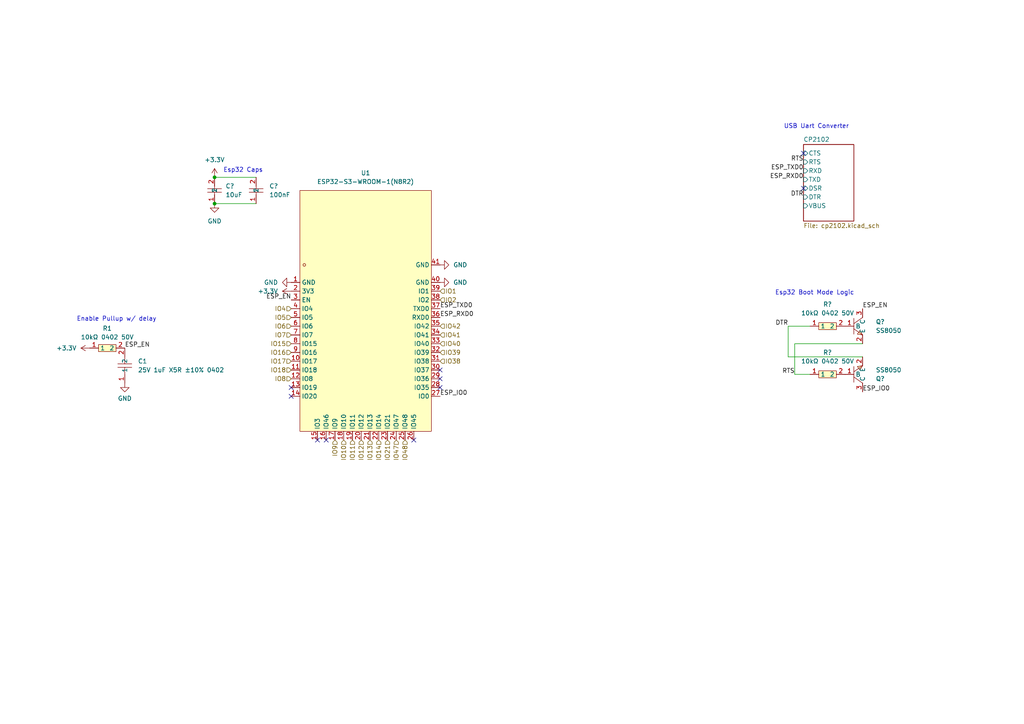
<source format=kicad_sch>
(kicad_sch (version 20211123) (generator eeschema)
  (paper "A4")
  (lib_symbols
    (symbol "easyeda2kicad: 6.3V 10uF X5R ±20% 0402"
      (property "Reference" "C" (at 0 5.08 0))
      (property "Value" " 6.3V 10uF X5R ±20% 0402" (at 0 -5.08 0))
      (symbol " 6.3V 10uF X5R ±20% 0402_0_1"
        (polyline (pts (xy -1.27 0) (xy -0.51 0)))
        (polyline (pts (xy -0.51 2.03) (xy -0.51 -2.03)))
        (polyline (pts (xy 0.51 0) (xy 1.27 0)))
        (polyline (pts (xy 0.51 2.03) (xy 0.51 -2.03)))
        (pin input line (at -3.81 0 0) (length 2.54) (name "1") (number "1"))
        (pin input line (at 3.81 0 180) (length 2.54) (name "2") (number "2"))
      )
    )
    (symbol "easyeda2kicad:10kΩ 0402 50V"
      (property "Reference" "R" (at 0 5.08 0))
      (property "Value" "10kΩ 0402 50V" (at 0 -5.08 0))
      (symbol "10kΩ 0402 50V_0_1"
        (rectangle (start -2.54 1.02) (end 2.54 -1.02) (fill (type background)))
        (pin input line (at -5.08 0 0) (length 2.54) (name "1") (number "1"))
        (pin input line (at 5.08 0 180) (length 2.54) (name "2") (number "2"))
      )
    )
    (symbol "easyeda2kicad:16V 100nF X7R ±10% 0402"
      (property "Reference" "C" (at 0 5.08 0))
      (property "Value" "16V 100nF X7R ±10% 0402" (at 0 -5.08 0))
      (symbol "16V 100nF X7R ±10% 0402_0_1"
        (polyline (pts (xy -1.27 0) (xy -0.51 0)))
        (polyline (pts (xy -0.51 2.03) (xy -0.51 -2.03)))
        (polyline (pts (xy 0.51 0) (xy 1.27 0)))
        (polyline (pts (xy 0.51 2.03) (xy 0.51 -2.03)))
        (pin input line (at -3.81 0 0) (length 2.54) (name "1") (number "1"))
        (pin input line (at 3.81 0 180) (length 2.54) (name "2") (number "2"))
      )
    )
    (symbol "easyeda2kicad:25V 1uF X5R ±10% 0402"
      (property "Reference" "C" (at 0 5.08 0))
      (property "Value" "25V 1uF X5R ±10% 0402" (at 0 -5.08 0))
      (symbol "25V 1uF X5R ±10% 0402_0_1"
        (polyline (pts (xy -0.51 -2.03) (xy -0.51 2.03)))
        (polyline (pts (xy -0.51 0) (xy -2.54 0)))
        (polyline (pts (xy 0.51 2.03) (xy 0.51 -2.03)))
        (polyline (pts (xy 2.54 0) (xy 0.51 0)))
        (pin unspecified line (at -5.08 0 0) (length 2.54) (name "1") (number "1"))
        (pin unspecified line (at 5.08 0 180) (length 2.54) (name "2") (number "2"))
      )
    )
    (symbol "easyeda2kicad:ESP32-S3-WROOM-1(N8R2)"
      (property "Reference" "U" (at 0 20.32 0))
      (property "Value" "ESP32-S3-WROOM-1(N8R2)" (at 0 -40.64 0))
      (symbol "ESP32-S3-WROOM-1(N8R2)_0_1"
        (rectangle (start -20.32 36.83) (end 17.78 -33.02) (fill (type background)))
        (circle (center -19.05 15.24) (radius 0.38))
        (pin unspecified line (at -22.86 10.16 0) (length 2.54) (name "GND") (number "1"))
        (pin unspecified line (at -22.86 -12.7 0) (length 2.54) (name "IO17") (number "10"))
        (pin unspecified line (at -22.86 -15.24 0) (length 2.54) (name "IO18") (number "11"))
        (pin unspecified line (at -22.86 -17.78 0) (length 2.54) (name "IO8") (number "12"))
        (pin unspecified line (at -22.86 -20.32 0) (length 2.54) (name "IO19") (number "13"))
        (pin unspecified line (at -22.86 -22.86 0) (length 2.54) (name "IO20") (number "14"))
        (pin unspecified line (at -15.24 -35.56 90) (length 2.54) (name "IO3") (number "15"))
        (pin unspecified line (at -12.7 -35.56 90) (length 2.54) (name "IO46") (number "16"))
        (pin unspecified line (at -10.16 -35.56 90) (length 2.54) (name "IO9") (number "17"))
        (pin unspecified line (at -7.62 -35.56 90) (length 2.54) (name "IO10") (number "18"))
        (pin unspecified line (at -5.08 -35.56 90) (length 2.54) (name "IO11") (number "19"))
        (pin unspecified line (at -22.86 7.62 0) (length 2.54) (name "3V3") (number "2"))
        (pin unspecified line (at -2.54 -35.56 90) (length 2.54) (name "IO12") (number "20"))
        (pin unspecified line (at 0 -35.56 90) (length 2.54) (name "IO13") (number "21"))
        (pin unspecified line (at 2.54 -35.56 90) (length 2.54) (name "IO14") (number "22"))
        (pin unspecified line (at 5.08 -35.56 90) (length 2.54) (name "IO21") (number "23"))
        (pin unspecified line (at 7.62 -35.56 90) (length 2.54) (name "IO47") (number "24"))
        (pin unspecified line (at 10.16 -35.56 90) (length 2.54) (name "IO48") (number "25"))
        (pin unspecified line (at 12.7 -35.56 90) (length 2.54) (name "IO45") (number "26"))
        (pin unspecified line (at 20.32 -22.86 180) (length 2.54) (name "IO0") (number "27"))
        (pin unspecified line (at 20.32 -20.32 180) (length 2.54) (name "IO35") (number "28"))
        (pin unspecified line (at 20.32 -17.78 180) (length 2.54) (name "IO36") (number "29"))
        (pin unspecified line (at -22.86 5.08 0) (length 2.54) (name "EN") (number "3"))
        (pin unspecified line (at 20.32 -15.24 180) (length 2.54) (name "IO37") (number "30"))
        (pin unspecified line (at 20.32 -12.7 180) (length 2.54) (name "IO38") (number "31"))
        (pin unspecified line (at 20.32 -10.16 180) (length 2.54) (name "IO39") (number "32"))
        (pin unspecified line (at 20.32 -7.62 180) (length 2.54) (name "IO40") (number "33"))
        (pin unspecified line (at 20.32 -5.08 180) (length 2.54) (name "IO41") (number "34"))
        (pin unspecified line (at 20.32 -2.54 180) (length 2.54) (name "IO42") (number "35"))
        (pin unspecified line (at 20.32 0 180) (length 2.54) (name "RXD0") (number "36"))
        (pin unspecified line (at 20.32 2.54 180) (length 2.54) (name "TXD0") (number "37"))
        (pin unspecified line (at 20.32 5.08 180) (length 2.54) (name "IO2") (number "38"))
        (pin unspecified line (at 20.32 7.62 180) (length 2.54) (name "IO1") (number "39"))
        (pin unspecified line (at -22.86 2.54 0) (length 2.54) (name "IO4") (number "4"))
        (pin unspecified line (at 20.32 10.16 180) (length 2.54) (name "GND") (number "40"))
        (pin unspecified line (at 20.32 15.24 180) (length 2.54) (name "GND") (number "41"))
        (pin unspecified line (at -22.86 0 0) (length 2.54) (name "IO5") (number "5"))
        (pin unspecified line (at -22.86 -2.54 0) (length 2.54) (name "IO6") (number "6"))
        (pin unspecified line (at -22.86 -5.08 0) (length 2.54) (name "IO7") (number "7"))
        (pin unspecified line (at -22.86 -7.62 0) (length 2.54) (name "IO15") (number "8"))
        (pin unspecified line (at -22.86 -10.16 0) (length 2.54) (name "IO16") (number "9"))
      )
    )
    (symbol "easyeda2kicad:SS8050_C2150"
      (property "Reference" "Q" (at 0 10.16 0))
      (property "Value" "SS8050_C2150" (at 0 -10.16 0))
      (symbol "SS8050_C2150_0_1"
        (polyline (pts (xy -2.54 -0.76) (xy 0 -2.54)))
        (polyline (pts (xy -2.54 2.29) (xy -2.54 -2.29)))
        (polyline (pts (xy 0 2.54) (xy -2.54 0.76)))
        (polyline (pts (xy 0 -2.54) (xy -0.76 -1.27) (xy -1.52 -2.29) (xy 0 -2.54)) (fill (type background)))
        (pin unspecified line (at -5.08 0 0) (length 2.54) (name "B") (number "1"))
        (pin unspecified line (at 0 -5.08 90) (length 2.54) (name "E") (number "2"))
        (pin unspecified line (at 0 5.08 270) (length 2.54) (name "C") (number "3"))
      )
    )
    (symbol "power:+3.3V" (power) (pin_names (offset 0))
      (property "Value" "+3.3V" (at 0 3.556 0))
      (symbol "+3.3V_0_1"
        (polyline (pts (xy -0.762 1.27) (xy 0 2.54)))
        (polyline (pts (xy 0 0) (xy 0 2.54)))
        (polyline (pts (xy 0 2.54) (xy 0.762 1.27)))
      )
      (symbol "+3.3V_1_1"
        (pin power_in line (at 0 0 90) (length 0) hide (name "+3.3V") (number "1"))
      )
    )
    (symbol "power:GND" (power) (pin_names (offset 0))
      (property "Value" "GND" (at 0 -3.81 0))
      (symbol "GND_0_1"
        (polyline (pts (xy 0 0) (xy 0 -1.27) (xy 1.27 -1.27) (xy 0 -2.54) (xy -1.27 -1.27) (xy 0 -1.27)))
      )
      (symbol "GND_1_1"
        (pin power_in line (at 0 0 270) (length 0) hide (name "GND") (number "1"))
      )
    )
  )
  (junction (at 62.23 51.435))
  (junction (at 62.23 59.055))
  (no_connect (at 127.635 112.395))
  (no_connect (at 84.455 114.935))
  (no_connect (at 120.015 127.635))
  (no_connect (at 127.635 107.315))
  (no_connect (at 127.635 109.855))
  (no_connect (at 94.615 127.635))
  (no_connect (at 92.075 127.635))
  (no_connect (at 233.045 44.45))
  (no_connect (at 233.045 54.61))
  (no_connect (at 84.455 112.395))
  (wire (pts (xy 250.19 99.695) (xy 230.505 99.695)))
  (wire (pts (xy 62.23 51.435) (xy 74.295 51.435)))
  (wire (pts (xy 228.6 94.615) (xy 234.95 94.615)))
  (wire (pts (xy 228.6 103.505) (xy 228.6 94.615)))
  (wire (pts (xy 62.23 59.055) (xy 74.295 59.055)))
  (wire (pts (xy 230.505 108.585) (xy 234.95 108.585)))
  (wire (pts (xy 250.19 103.505) (xy 228.6 103.505)))
  (wire (pts (xy 230.505 99.695) (xy 230.505 108.585)))
  (text "Enable Pullup w/ delay\n" (at 22.225 93.345 0) (effects (font (size 1.27 1.27)) (justify left bottom)))
  (text "USB Uart Converter\n" (at 227.33 37.465 0) (effects (font (size 1.27 1.27)) (justify left bottom)))
  (text "Esp32 Caps" (at 64.77 50.165 0) (effects (font (size 1.27 1.27)) (justify left bottom)))
  (text "Esp32 Boot Mode Logic" (at 224.79 85.725 0) (effects (font (size 1.27 1.27)) (justify left bottom)))
  (label "ESP_TXD0" (at 233.045 49.53 180))
  (label "RTS" (at 233.045 46.99 180))
  (label "RTS" (at 230.505 108.585 180))
  (label "ESP_EN" (at 84.455 86.995 180))
  (label "ESP_IO0" (at 127.635 114.935 0))
  (label "ESP_IO0" (at 250.19 113.665 0))
  (label "ESP_EN" (at 250.19 89.535 0))
  (label "ESP_RXD0" (at 233.045 52.07 180))
  (label "ESP_RXD0" (at 127.635 92.075 0))
  (label "DTR" (at 233.045 57.15 180))
  (label "ESP_TXD0" (at 127.635 89.535 0))
  (label "ESP_EN" (at 36.195 100.965 0))
  (label "DTR" (at 228.6 94.615 180))
  (hierarchical_label "IO14" (shape input) (at 109.855 127.635 270))
  (hierarchical_label "IO13" (shape input) (at 107.315 127.635 270))
  (hierarchical_label "IO15" (shape input) (at 84.455 99.695 180))
  (hierarchical_label "IO7" (shape input) (at 84.455 97.155 180))
  (hierarchical_label "IO5" (shape input) (at 84.455 92.075 180))
  (hierarchical_label "IO12" (shape input) (at 104.775 127.635 270))
  (hierarchical_label "IO1" (shape input) (at 127.635 84.455 0))
  (hierarchical_label "IO21" (shape input) (at 112.395 127.635 270))
  (hierarchical_label "IO6" (shape input) (at 84.455 94.615 180))
  (hierarchical_label "IO42" (shape input) (at 127.635 94.615 0))
  (hierarchical_label "IO10" (shape input) (at 99.695 127.635 270))
  (hierarchical_label "IO38" (shape input) (at 127.635 104.775 0))
  (hierarchical_label "IO2" (shape input) (at 127.635 86.995 0))
  (hierarchical_label "IO39" (shape input) (at 127.635 102.235 0))
  (hierarchical_label "IO47" (shape input) (at 114.935 127.635 270))
  (hierarchical_label "IO4" (shape input) (at 84.455 89.535 180))
  (hierarchical_label "IO17" (shape input) (at 84.455 104.775 180))
  (hierarchical_label "IO11" (shape input) (at 102.235 127.635 270))
  (hierarchical_label "IO41" (shape input) (at 127.635 97.155 0))
  (hierarchical_label "IO40" (shape input) (at 127.635 99.695 0))
  (hierarchical_label "IO48" (shape input) (at 117.475 127.635 270))
  (hierarchical_label "IO18" (shape input) (at 84.455 107.315 180))
  (hierarchical_label "IO9" (shape input) (at 97.155 127.635 270))
  (hierarchical_label "IO16" (shape input) (at 84.455 102.235 180))
  (hierarchical_label "IO8" (shape input) (at 84.455 109.855 180))
  (symbol (lib_id "easyeda2kicad:10kΩ 0402 50V") (at 240.03 94.615 0) (unit 1)
    (property "Reference" "R?" (at 240.03 88.265 0))
    (property "Value" "10kΩ 0402 50V" (at 240.03 90.805 0))
    (property "Footprint" "easyeda2kicad:R0402" (effects hide))
    (property "Datasheet" "https://lcsc.com/product-detail/Chip-Resistor-Surface-Mount-UniOhm_10KR-1002-1_C25744.html" (effects hide))
    (property "Manufacturer" "UNI-ROYAL(厚声)" (effects hide))
    (property "LCSC Part" "C25744" (effects hide))
    (property "JLC Part" "Basic Part" (effects hide))
  )
  (symbol (lib_id "power:+3.3V") (at 26.035 100.965 90) (unit 1)
    (property "Reference" "#PWR01" (effects hide))
    (property "Value" "+3.3V" (at 22.225 100.9649 90) (effects (justify left)))
  )
  (symbol (lib_id "power:GND") (at 36.195 111.125 0) (unit 1)
    (property "Reference" "#PWR02" (effects hide))
    (property "Value" "GND" (at 36.195 115.57 0))
  )
  (symbol (lib_id "easyeda2kicad: 6.3V 10uF X5R ±20% 0402") (at 62.23 55.245 90) (unit 1)
    (property "Reference" "C?" (at 65.405 53.9749 90) (effects (justify right)))
    (property "Value" "10uF" (at 65.405 56.5149 90) (effects (justify right)))
    (property "Footprint" "easyeda2kicad:C0402" (effects hide))
    (property "Datasheet" "https://lcsc.com/product-detail/Multilayer-Ceramic-Capacitors-MLCC-SMD-SMT_SAMSUNG_CL05A106MQ5NUNC_10uF-106-20-6-3V_C15525.html" (effects hide))
    (property "Manufacturer" "SAMSUNG(三星)" (effects hide))
    (property "LCSC Part" "C15525" (effects hide))
    (property "JLC Part" "Basic Part" (effects hide))
  )
  (symbol (lib_id "easyeda2kicad:10kΩ 0402 50V") (at 240.03 108.585 0) (unit 1)
    (property "Reference" "R?" (at 240.03 102.235 0))
    (property "Value" "10kΩ 0402 50V" (at 240.03 104.775 0))
    (property "Footprint" "easyeda2kicad:R0402" (effects hide))
    (property "Datasheet" "https://lcsc.com/product-detail/Chip-Resistor-Surface-Mount-UniOhm_10KR-1002-1_C25744.html" (effects hide))
    (property "Manufacturer" "UNI-ROYAL(厚声)" (effects hide))
    (property "LCSC Part" "C25744" (effects hide))
    (property "JLC Part" "Basic Part" (effects hide))
  )
  (symbol (lib_id "easyeda2kicad:10kΩ 0402 50V") (at 31.115 100.965 0) (unit 1)
    (property "Reference" "R1" (at 31.115 95.25 0))
    (property "Value" "10kΩ 0402 50V" (at 31.115 97.79 0))
    (property "Footprint" "easyeda2kicad:R0402" (effects hide))
    (property "Datasheet" "https://lcsc.com/product-detail/Chip-Resistor-Surface-Mount-UniOhm_10KR-1002-1_C25744.html" (effects hide))
    (property "Manufacturer" "UNI-ROYAL(厚声)" (effects hide))
    (property "LCSC Part" "C25744" (effects hide))
    (property "JLC Part" "Basic Part" (effects hide))
  )
  (symbol (lib_id "power:GND") (at 62.23 59.055 0) (unit 1)
    (property "Reference" "#PWR?" (effects hide))
    (property "Value" "GND" (at 62.23 64.135 0))
  )
  (symbol (lib_id "power:GND") (at 127.635 81.915 90) (unit 1)
    (property "Reference" "#PWR05" (effects hide))
    (property "Value" "GND" (at 131.445 81.9149 90) (effects (justify right)))
  )
  (symbol (lib_id "easyeda2kicad:25V 1uF X5R ±10% 0402") (at 36.195 106.045 90) (unit 1)
    (property "Reference" "C1" (at 40.005 104.7749 90) (effects (justify right)))
    (property "Value" "25V 1uF X5R ±10% 0402" (at 40.005 107.3149 90) (effects (justify right)))
    (property "Footprint" "easyeda2kicad:C0402" (effects hide))
    (property "Datasheet" "https://lcsc.com/product-detail/Multilayer-Ceramic-Capacitors-MLCC-SMD-SMT_SAMSUNG_CL05A105KA5NQNC_1uF-105-10-25V_C52923.html" (effects hide))
    (property "Manufacturer" "SAMSUNG(三星)" (effects hide))
    (property "LCSC Part" "C52923" (effects hide))
    (property "JLC Part" "Basic Part" (effects hide))
  )
  (symbol (lib_id "power:GND") (at 84.455 81.915 270) (unit 1)
    (property "Reference" "#PWR04" (effects hide))
    (property "Value" "GND" (at 80.645 81.9149 90) (effects (justify right)))
  )
  (symbol (lib_id "easyeda2kicad:SS8050_C2150") (at 250.19 94.615 0) (unit 1)
    (property "Reference" "Q?" (at 254 93.345 0) (effects (justify left)))
    (property "Value" "SS8050" (at 254 95.885 0) (effects (justify left)))
    (property "Footprint" "easyeda2kicad:SOT-23-3_L2.9-W1.3-P1.90-LS2.4-BR" (effects hide))
    (property "Datasheet" "https://lcsc.com/product-detail/Transistors-NPN-PNP_SS8050-Y1-200-350_C2150.html" (effects hide))
    (property "Manufacturer" "CJ(江苏长电/长晶)" (effects hide))
    (property "LCSC Part" "C2150" (effects hide))
    (property "JLC Part" "Basic Part" (effects hide))
  )
  (symbol (lib_id "easyeda2kicad:ESP32-S3-WROOM-1(N8R2)") (at 107.315 92.075 0) (unit 1)
    (property "Reference" "U1" (at 106.045 50.165 0))
    (property "Value" "ESP32-S3-WROOM-1(N8R2)" (at 106.045 52.705 0))
    (property "Footprint" "easyeda2kicad:WIRELM-SMD_ESP32-S3-WROOM-1" (effects hide))
    (property "Manufacturer" "ESPRESSIF(乐鑫)" (effects hide))
    (property "LCSC Part" "C2913204" (effects hide))
    (property "JLC Part" "Extended Part" (effects hide))
  )
  (symbol (lib_id "power:+3.3V") (at 84.455 84.455 90) (unit 1)
    (property "Reference" "#PWR06" (effects hide))
    (property "Value" "+3.3V" (at 80.645 84.4549 90) (effects (justify left)))
  )
  (symbol (lib_id "easyeda2kicad:16V 100nF X7R ±10% 0402") (at 74.295 55.245 90) (unit 1)
    (property "Reference" "C?" (at 78.105 53.9749 90) (effects (justify right)))
    (property "Value" "100nF" (at 78.105 56.5149 90) (effects (justify right)))
    (property "Footprint" "easyeda2kicad:C0402_NEW" (effects hide))
    (property "Datasheet" "https://lcsc.com/product-detail/Multilayer-Ceramic-Capacitors-MLCC-SMD-SMT_SAMSUNG_CL05B104KO5NNNC_100nF-104-10-16V_C1525.html" (effects hide))
    (property "Manufacturer" "SAMSUNG(三星)" (effects hide))
    (property "LCSC Part" "C1525" (effects hide))
    (property "JLC Part" "Basic Part" (effects hide))
  )
  (symbol (lib_id "power:GND") (at 127.635 76.835 90) (unit 1)
    (property "Reference" "#PWR03" (effects hide))
    (property "Value" "GND" (at 131.445 76.8349 90) (effects (justify right)))
  )
  (symbol (lib_id "power:+3.3V") (at 62.23 51.435 0) (unit 1)
    (property "Reference" "#PWR?" (effects hide))
    (property "Value" "+3.3V" (at 62.23 46.355 0))
  )
  (symbol (lib_id "easyeda2kicad:SS8050_C2150") (at 250.19 108.585 0) (mirror x) (unit 1)
    (property "Reference" "Q?" (at 254 109.855 0) (effects (justify left)))
    (property "Value" "SS8050" (at 254 107.315 0) (effects (justify left)))
    (property "Footprint" "easyeda2kicad:SOT-23-3_L2.9-W1.3-P1.90-LS2.4-BR" (effects hide))
    (property "Datasheet" "https://lcsc.com/product-detail/Transistors-NPN-PNP_SS8050-Y1-200-350_C2150.html" (effects hide))
    (property "Manufacturer" "CJ(江苏长电/长晶)" (effects hide))
    (property "LCSC Part" "C2150" (effects hide))
    (property "JLC Part" "Basic Part" (effects hide))
  )
  (sheet (at 233.045 41.91) (size 14.605 22.225) (stroke (width 0.1524))
    (property "Sheet name" "CP2102" (at 233.045 41.1984 0) (effects (justify left bottom)))
    (property "Sheet file" "cp2102.kicad_sch" (at 233.045 64.7196 0) (effects (justify left top)))
    (pin "DTR" input (at 233.045 57.15 180))
    (pin "DSR" input (at 233.045 54.61 180))
    (pin "TXD" input (at 233.045 52.07 180))
    (pin "RXD" input (at 233.045 49.53 180))
    (pin "RTS" input (at 233.045 46.99 180))
    (pin "CTS" input (at 233.045 44.45 180))
    (pin "VBUS" input (at 233.045 59.69 180))
  )
)
</source>
